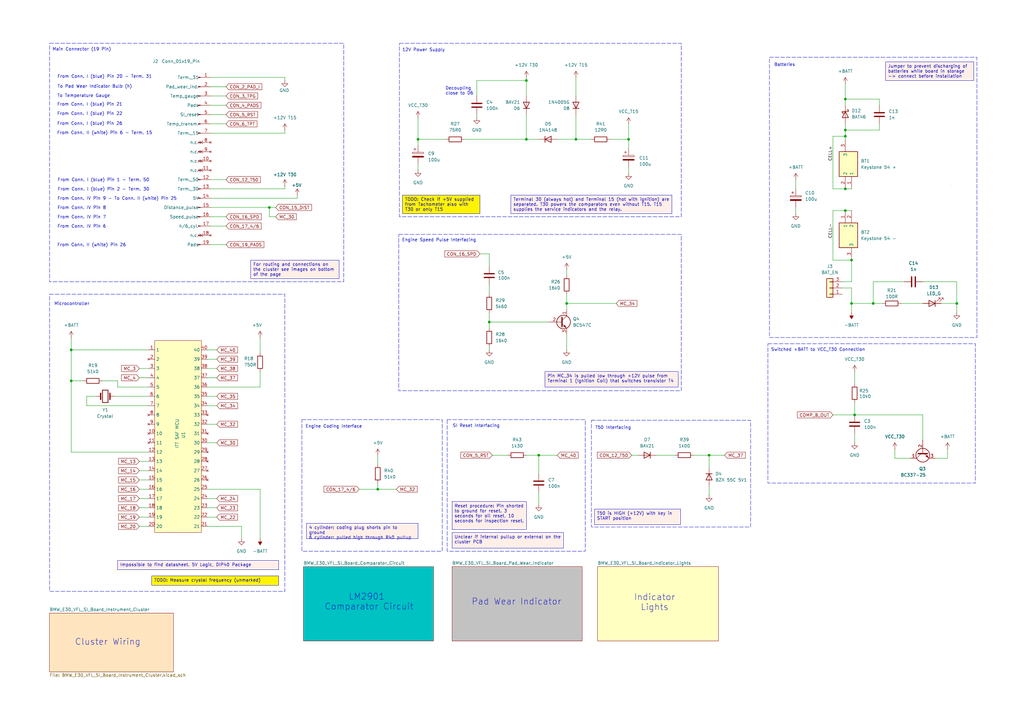
<source format=kicad_sch>
(kicad_sch (version 20231120) (generator "eeschema") (generator_version "8.0")
  (paper "A3")
  (title_block (title "BMW E30 Pre-Facelift SI Board") (date "2024-06-15") (rev "2"))
  (lib_symbols
    (symbol "Connector:Conn_01x19_Pin" (pin_names (offset 1.016))
      (property "Reference" "J2" (at -6.858 33.274 0))
      (property "Value" "Conn_01x19_Pin" (at -0.254 30.734 0))
      (symbol "Conn_01x19_Pin_1_1"
        (pin power_in line (at 5.08 22.86 180) (length 3.81) (name "Term._31") (number "1"))
        (pin no_connect non_logic (at 5.08 -11.43 180) (length 3.81) (name "n.c.") (number "10"))
        (pin no_connect non_logic (at 5.08 -15.24 180) (length 3.81) (name "n.c.") (number "11"))
        (pin power_in line (at 5.08 -19.05 180) (length 3.81) (name "Term._50") (number "12"))
        (pin power_in line (at 5.08 -22.86 180) (length 3.81) (name "Term._30") (number "13"))
        (pin power_in line (at 5.08 -26.67 180) (length 3.81) (name "5V") (number "14"))
        (pin input line (at 5.08 -30.48 180) (length 3.81) (name "Distance_pulse") (number "15"))
        (pin input line (at 5.08 -34.29 180) (length 3.81) (name "Speed_pulse") (number "16"))
        (pin input line (at 5.08 -38.1 180) (length 3.81) (name "4/6_cyl.") (number "17"))
        (pin no_connect non_logic (at 5.08 -41.91 180) (length 3.81) (name "n.c.") (number "18"))
        (pin passive line (at 5.08 -45.72 180) (length 3.81) (name "Pads") (number "19"))
        (pin output line (at 5.08 19.05 180) (length 3.81) (name "Pad_wear_ind.") (number "2"))
        (pin output line (at 5.08 15.24 180) (length 3.81) (name "Temp_gauge") (number "3"))
        (pin passive line (at 5.08 11.43 180) (length 3.81) (name "Pads") (number "4"))
        (pin input line (at 5.08 7.62 180) (length 3.81) (name "SI_reset") (number "5"))
        (pin input line (at 5.08 3.81 180) (length 3.81) (name "Temp_transm.") (number "6"))
        (pin power_in line (at 5.08 0 180) (length 3.81) (name "Term._15") (number "7"))
        (pin no_connect non_logic (at 5.08 -3.81 180) (length 3.81) (name "n.c.") (number "8"))
        (pin no_connect non_logic (at 5.08 -7.62 180) (length 3.81) (name "n.c.") (number "9"))
      )
    )
    (symbol "Connector_Generic:Conn_01x03" (pin_names (offset 1.016) hide)
      (property "Reference" "J" (at 0 5.08 0))
      (property "Value" "Conn_01x03" (at 0 -5.08 0))
      (symbol "Conn_01x03_1_1"
        (pin passive line (at -5.08 2.54 0) (length 3.81) (name "Pin_1") (number "1"))
        (pin passive line (at -5.08 0 0) (length 3.81) (name "Pin_2") (number "2"))
        (pin passive line (at -5.08 -2.54 0) (length 3.81) (name "Pin_3") (number "3"))
      )
    )
    (symbol "Device:C" (pin_numbers hide) (pin_names (offset 0.254))
      (property "Reference" "C" (at 0.635 2.54 0))
      (property "Value" "C" (at 0.635 -2.54 0))
      (symbol "C_1_1"
        (pin passive line (at 0 3.81 270) (length 2.794) (name "~") (number "1"))
        (pin passive line (at 0 -3.81 90) (length 2.794) (name "~") (number "2"))
      )
    )
    (symbol "Device:C_Polarized" (pin_numbers hide) (pin_names (offset 0.254))
      (property "Reference" "C" (at 0.635 2.54 0))
      (property "Value" "C_Polarized" (at 0.635 -2.54 0))
      (symbol "C_Polarized_1_1"
        (pin passive line (at 0 3.81 270) (length 2.794) (name "~") (number "1"))
        (pin passive line (at 0 -3.81 90) (length 2.794) (name "~") (number "2"))
      )
    )
    (symbol "Device:Crystal" (pin_numbers hide) (pin_names (offset 1.016) hide)
      (property "Reference" "Y" (at 0 3.81 0))
      (property "Value" "Crystal" (at 0 -3.81 0))
      (symbol "Crystal_1_1"
        (pin passive line (at -3.81 0 0) (length 1.27) (name "1") (number "1"))
        (pin passive line (at 3.81 0 180) (length 1.27) (name "2") (number "2"))
      )
    )
    (symbol "Device:D" (pin_numbers hide) (pin_names (offset 1.016) hide)
      (property "Reference" "D" (at 0 2.54 0))
      (property "Value" "D" (at 0 -2.54 0))
      (symbol "D_1_1"
        (pin passive line (at -3.81 0 0) (length 2.54) (name "K") (number "1"))
        (pin passive line (at 3.81 0 180) (length 2.54) (name "A") (number "2"))
      )
    )
    (symbol "Device:LED" (pin_numbers hide) (pin_names (offset 1.016) hide)
      (property "Reference" "D" (at 0 2.54 0))
      (property "Value" "LED" (at 0 -2.54 0))
      (symbol "LED_1_1"
        (pin passive line (at -3.81 0 0) (length 2.54) (name "K") (number "1"))
        (pin passive line (at 3.81 0 180) (length 2.54) (name "A") (number "2"))
      )
    )
    (symbol "Device:R" (pin_numbers hide) (pin_names (offset 0))
      (property "Reference" "R" (at 2.032 0 90))
      (property "Value" "R" (at 0 0 90))
      (symbol "R_1_1"
        (pin passive line (at 0 3.81 270) (length 1.27) (name "~") (number "1"))
        (pin passive line (at 0 -3.81 90) (length 1.27) (name "~") (number "2"))
      )
    )
    (symbol "Diode:1N4005" (pin_numbers hide) (pin_names hide)
      (property "Reference" "D" (at 0 2.54 0))
      (property "Value" "1N4005" (at 0 -2.54 0))
      (symbol "1N4005_1_1"
        (pin passive line (at -3.81 0 0) (length 2.54) (name "K") (number "1"))
        (pin passive line (at 3.81 0 180) (length 2.54) (name "A") (number "2"))
      )
    )
    (symbol "Diode:1N4148" (pin_numbers hide) (pin_names hide)
      (property "Reference" "D" (at 0 2.54 0))
      (property "Value" "1N4148" (at 0 -2.54 0))
      (symbol "1N4148_1_1"
        (pin passive line (at -3.81 0 0) (length 2.54) (name "K") (number "1"))
        (pin passive line (at 3.81 0 180) (length 2.54) (name "A") (number "2"))
      )
    )
    (symbol "Diode:BAT46" (pin_numbers hide) (pin_names (offset 1.016) hide)
      (property "Reference" "D" (at 0 2.54 0))
      (property "Value" "BAT46" (at 0 -2.54 0))
      (symbol "BAT46_1_1"
        (pin passive line (at -3.81 0 0) (length 2.54) (name "K") (number "1"))
        (pin passive line (at 3.81 0 180) (length 2.54) (name "A") (number "2"))
      )
    )
    (symbol "Diode:BAV21" (pin_numbers hide) (pin_names hide)
      (property "Reference" "D" (at 0 2.54 0))
      (property "Value" "BAV21" (at 0 -2.54 0))
      (symbol "BAV21_1_1"
        (pin passive line (at -3.81 0 0) (length 2.54) (name "K") (number "1"))
        (pin passive line (at 3.81 0 180) (length 2.54) (name "A") (number "2"))
      )
    )
    (symbol "My_custom_symbols:ITT_SAF_MCU"
      (property "Reference" "U1" (at 0.762 -18.796 0))
      (property "Value" "ITT SAF MCU" (at 4.826 -21.336 0))
      (symbol "ITT_SAF_MCU_1_1"
        (pin input line (at -35.56 -33.02 90) (length 2.54) (name "1") (number "1"))
        (pin no_connect line (at -1.27 -33.02 90) (length 2.54) (name "10") (number "10"))
        (pin no_connect line (at 2.54 -33.02 90) (length 2.54) (name "11") (number "11"))
        (pin input line (at 6.35 -33.02 90) (length 2.54) (name "12") (number "12"))
        (pin output line (at 10.16 -33.02 90) (length 2.54) (name "13") (number "13"))
        (pin output line (at 13.97 -33.02 90) (length 2.54) (name "14") (number "14"))
        (pin output line (at 17.78 -33.02 90) (length 2.54) (name "15") (number "15"))
        (pin output line (at 21.59 -33.02 90) (length 2.54) (name "16") (number "16"))
        (pin output line (at 25.4 -33.02 90) (length 2.54) (name "17") (number "17"))
        (pin output line (at 29.21 -33.02 90) (length 2.54) (name "18") (number "18"))
        (pin output line (at 33.02 -33.02 90) (length 2.54) (name "19") (number "19"))
        (pin no_connect line (at -31.75 -33.02 90) (length 2.54) (name "2") (number "2"))
        (pin output line (at 36.83 -33.02 90) (length 2.54) (name "20") (number "20"))
        (pin power_in line (at 36.83 -8.89 270) (length 2.54) (name "21") (number "21"))
        (pin output line (at 33.02 -8.89 270) (length 2.54) (name "22") (number "22"))
        (pin output line (at 29.21 -8.89 270) (length 2.54) (name "23") (number "23"))
        (pin output line (at 25.4 -8.89 270) (length 2.54) (name "24") (number "24"))
        (pin input line (at 21.59 -8.89 270) (length 2.54) (name "25") (number "25"))
        (pin no_connect line (at 17.78 -8.89 270) (length 2.54) (name "26") (number "26"))
        (pin no_connect line (at 13.97 -8.89 270) (length 2.54) (name "27") (number "27"))
        (pin no_connect line (at 10.16 -8.89 270) (length 2.54) (name "28") (number "28"))
        (pin no_connect line (at 6.35 -8.89 270) (length 2.54) (name "29") (number "29"))
        (pin input line (at -27.94 -33.02 90) (length 2.54) (name "3") (number "3"))
        (pin input line (at 2.54 -8.89 270) (length 2.54) (name "30") (number "30"))
        (pin no_connect line (at -1.27 -8.89 270) (length 2.54) (name "31") (number "31"))
        (pin input line (at -5.08 -8.89 270) (length 2.54) (name "32") (number "32"))
        (pin no_connect line (at -8.89 -8.89 270) (length 2.54) (name "33") (number "33"))
        (pin input line (at -12.7 -8.89 270) (length 2.54) (name "34") (number "34"))
        (pin input line (at -16.51 -8.89 270) (length 2.54) (name "35") (number "35"))
        (pin input line (at -20.32 -8.89 270) (length 2.54) (name "36") (number "36"))
        (pin input line (at -24.13 -8.89 270) (length 2.54) (name "37") (number "37"))
        (pin input line (at -27.94 -8.89 270) (length 2.54) (name "38") (number "38"))
        (pin output line (at -31.75 -8.89 270) (length 2.54) (name "39") (number "39"))
        (pin input line (at -24.13 -33.02 90) (length 2.54) (name "4") (number "4"))
        (pin input line (at -35.56 -8.89 270) (length 2.54) (name "40") (number "40"))
        (pin input line (at -20.32 -33.02 90) (length 2.54) (name "5") (number "5"))
        (pin input line (at -16.51 -33.02 90) (length 2.54) (name "6") (number "6"))
        (pin input line (at -12.7 -33.02 90) (length 2.54) (name "7") (number "7"))
        (pin no_connect line (at -8.89 -33.02 90) (length 2.54) (name "8") (number "8"))
        (pin no_connect line (at -5.08 -33.02 90) (length 2.54) (name "9") (number "9"))
      )
    )
    (symbol "My_custom_symbols:Keystone_54"
      (property "Reference" "BT" (at 4.826 4.572 0))
      (property "Value" "Keystone 54" (at 4.318 -5.842 0))
      (symbol "Keystone_54_1_1"
        (pin passive line (at 0 -2.54 0) (length 5.08) (name "1") (number "1"))
        (pin passive line (at 0 0 0) (length 5.08) (name "2") (number "2"))
        (pin passive line (at 20.32 0 180) (length 5.08) (name "3") (number "3"))
      )
    )
    (symbol "Transistor_BJT:BC337" (pin_names (offset 0) hide)
      (property "Reference" "Q" (at 5.08 1.905 0))
      (property "Value" "BC337" (at 5.08 0 0))
      (symbol "BC337_1_1"
        (pin passive line (at 2.54 5.08 270) (length 2.54) (name "C") (number "1"))
        (pin input line (at -5.08 0 0) (length 5.08) (name "B") (number "2"))
        (pin passive line (at 2.54 -5.08 90) (length 2.54) (name "E") (number "3"))
      )
    )
    (symbol "Transistor_BJT:BC547" (pin_names (offset 0) hide)
      (property "Reference" "Q" (at 5.08 1.905 0))
      (property "Value" "BC547" (at 5.08 0 0))
      (symbol "BC547_1_1"
        (pin passive line (at 2.54 5.08 270) (length 2.54) (name "C") (number "1"))
        (pin input line (at -5.08 0 0) (length 5.08) (name "B") (number "2"))
        (pin passive line (at 2.54 -5.08 90) (length 2.54) (name "E") (number "3"))
      )
    )
    (symbol "power:+12V" (power) (pin_numbers hide) (pin_names (offset 0) hide)
      (property "Value" "+12V" (at 0 3.556 0))
      (symbol "+12V_1_1"
        (pin power_in line (at 0 0 90) (length 0) (name "~") (number "1"))
      )
    )
    (symbol "power:+5V" (power) (pin_numbers hide) (pin_names (offset 0) hide)
      (property "Value" "+5V" (at 0 3.556 0))
      (symbol "+5V_1_1"
        (pin power_in line (at 0 0 90) (length 0) (name "~") (number "1"))
      )
    )
    (symbol "power:+BATT" (power) (pin_numbers hide) (pin_names (offset 0) hide)
      (property "Value" "+BATT" (at 0 3.556 0))
      (symbol "+BATT_1_1"
        (pin power_in line (at 0 0 90) (length 0) (name "~") (number "1"))
      )
    )
    (symbol "power:-BATT" (power) (pin_numbers hide) (pin_names (offset 0) hide)
      (property "Value" "-BATT" (at 0 3.556 0))
      (symbol "-BATT_1_1"
        (pin power_in line (at 0 0 90) (length 0) (name "~") (number "1"))
      )
    )
    (symbol "power:GND" (power) (pin_numbers hide) (pin_names (offset 0) hide)
      (property "Value" "GND" (at 0 -3.81 0))
      (symbol "GND_1_1"
        (pin power_in line (at 0 0 270) (length 0) (name "~") (number "1"))
      )
    )
    (symbol "power:VCC" (power) (pin_numbers hide) (pin_names (offset 0) hide)
      (property "Value" "VCC" (at 0 3.556 0))
      (symbol "VCC_1_1"
        (pin power_in line (at 0 0 90) (length 0) (name "~") (number "1"))
      )
    )
  )
  (junction (at 349.25 106.68))
  (junction (at 346.71 55.88))
  (junction (at 110.49 85.09))
  (junction (at 358.14 124.46))
  (junction (at 29.21 156.21))
  (junction (at 171.45 57.15))
  (junction (at 232.41 124.46))
  (junction (at 346.71 40.64))
  (junction (at 215.9 57.15))
  (junction (at 236.22 57.15))
  (junction (at 215.9 33.02))
  (junction (at 350.52 170.18))
  (junction (at 349.25 124.46))
  (junction (at 392.43 124.46))
  (junction (at 346.71 77.47))
  (junction (at 200.66 132.08))
  (junction (at 29.21 143.51))
  (junction (at 290.83 186.69))
  (junction (at 220.98 186.69))
  (junction (at 346.71 86.36))
  (junction (at 346.71 53.34))
  (junction (at 257.81 57.15))
  (junction (at 154.94 200.66))
  (wire (pts (xy 29.21 156.21) (xy 29.21 185.42)))
  (wire (pts (xy 88.9 151.13) (xy 85.09 151.13)))
  (wire (pts (xy 29.21 138.43) (xy 29.21 143.51)))
  (wire (pts (xy 171.45 57.15) (xy 182.88 57.15)))
  (wire (pts (xy 86.36 73.66) (xy 92.71 73.66)))
  (wire (pts (xy 106.68 220.98) (xy 106.68 200.66)))
  (wire (pts (xy 341.63 170.18) (xy 350.52 170.18)))
  (wire (pts (xy 88.9 154.94) (xy 85.09 154.94)))
  (wire (pts (xy 85.09 158.75) (xy 106.68 158.75)))
  (wire (pts (xy 367.03 187.96) (xy 373.38 187.96)))
  (wire (pts (xy 116.84 33.02) (xy 116.84 31.75)))
  (wire (pts (xy 116.84 77.47) (xy 86.36 77.47)))
  (wire (pts (xy 200.66 116.84) (xy 200.66 120.65)))
  (wire (pts (xy 392.43 124.46) (xy 392.43 128.27)))
  (wire (pts (xy 326.39 73.66) (xy 326.39 77.47)))
  (wire (pts (xy 346.71 77.47) (xy 349.25 77.47)))
  (wire (pts (xy 358.14 124.46) (xy 361.95 124.46)))
  (wire (pts (xy 346.71 34.29) (xy 346.71 40.64)))
  (wire (pts (xy 60.96 204.47) (xy 57.15 204.47)))
  (wire (pts (xy 86.36 100.33) (xy 92.71 100.33)))
  (wire (pts (xy 346.71 40.64) (xy 346.71 43.18)))
  (wire (pts (xy 290.83 199.39) (xy 290.83 203.2)))
  (wire (pts (xy 346.71 55.88) (xy 346.71 57.15)))
  (wire (pts (xy 350.52 177.8) (xy 350.52 181.61)))
  (wire (pts (xy 269.24 186.69) (xy 276.86 186.69)))
  (wire (pts (xy 116.84 31.75) (xy 86.36 31.75)))
  (wire (pts (xy 48.26 158.75) (xy 60.96 158.75)))
  (wire (pts (xy 284.48 186.69) (xy 290.83 186.69)))
  (wire (pts (xy 86.36 35.56) (xy 92.71 35.56)))
  (wire (pts (xy 106.68 200.66) (xy 85.09 200.66)))
  (wire (pts (xy 154.94 198.12) (xy 154.94 200.66)))
  (wire (pts (xy 257.81 50.8) (xy 257.81 57.15)))
  (wire (pts (xy 290.83 186.69) (xy 297.18 186.69)))
  (wire (pts (xy 290.83 186.69) (xy 290.83 191.77)))
  (wire (pts (xy 220.98 201.93) (xy 220.98 207.01)))
  (wire (pts (xy 350.52 152.4) (xy 350.52 157.48)))
  (wire (pts (xy 232.41 124.46) (xy 252.73 124.46)))
  (wire (pts (xy 86.36 81.28) (xy 121.92 81.28)))
  (wire (pts (xy 228.6 186.69) (xy 220.98 186.69)))
  (wire (pts (xy 29.21 185.42) (xy 60.96 185.42)))
  (wire (pts (xy 86.36 50.8) (xy 92.71 50.8)))
  (wire (pts (xy 106.68 138.43) (xy 106.68 144.78)))
  (wire (pts (xy 200.66 104.14) (xy 200.66 109.22)))
  (wire (pts (xy 228.6 57.15) (xy 236.22 57.15)))
  (wire (pts (xy 349.25 118.11) (xy 345.44 118.11)))
  (wire (pts (xy 259.08 186.69) (xy 261.62 186.69)))
  (wire (pts (xy 201.93 186.69) (xy 208.28 186.69)))
  (wire (pts (xy 60.96 215.9) (xy 57.15 215.9)))
  (wire (pts (xy 388.62 187.96) (xy 383.54 187.96)))
  (wire (pts (xy 88.9 166.37) (xy 85.09 166.37)))
  (wire (pts (xy 232.41 124.46) (xy 232.41 127)))
  (wire (pts (xy 358.14 115.57) (xy 358.14 124.46)))
  (wire (pts (xy 113.03 88.9) (xy 110.49 88.9)))
  (wire (pts (xy 236.22 57.15) (xy 242.57 57.15)))
  (wire (pts (xy 60.96 193.04) (xy 57.15 193.04)))
  (wire (pts (xy 60.96 189.23) (xy 57.15 189.23)))
  (wire (pts (xy 88.9 143.51) (xy 85.09 143.51)))
  (wire (pts (xy 349.25 124.46) (xy 349.25 128.27)))
  (wire (pts (xy 29.21 143.51) (xy 60.96 143.51)))
  (wire (pts (xy 341.63 106.68) (xy 341.63 86.36)))
  (wire (pts (xy 162.56 200.66) (xy 154.94 200.66)))
  (wire (pts (xy 85.09 181.61) (xy 88.9 181.61)))
  (wire (pts (xy 29.21 143.51) (xy 29.21 156.21)))
  (wire (pts (xy 171.45 48.26) (xy 171.45 57.15)))
  (wire (pts (xy 60.96 154.94) (xy 57.15 154.94)))
  (wire (pts (xy 86.36 85.09) (xy 110.49 85.09)))
  (wire (pts (xy 99.06 215.9) (xy 99.06 220.98)))
  (wire (pts (xy 367.03 184.15) (xy 367.03 187.96)))
  (wire (pts (xy 236.22 31.75) (xy 236.22 39.37)))
  (wire (pts (xy 257.81 68.58) (xy 257.81 71.12)))
  (wire (pts (xy 86.36 92.71) (xy 92.71 92.71)))
  (wire (pts (xy 369.57 124.46) (xy 378.46 124.46)))
  (wire (pts (xy 215.9 46.99) (xy 215.9 57.15)))
  (wire (pts (xy 99.06 215.9) (xy 85.09 215.9)))
  (wire (pts (xy 392.43 124.46) (xy 386.08 124.46)))
  (wire (pts (xy 392.43 115.57) (xy 392.43 124.46)))
  (wire (pts (xy 346.71 53.34) (xy 346.71 55.88)))
  (wire (pts (xy 215.9 33.02) (xy 215.9 39.37)))
  (wire (pts (xy 200.66 132.08) (xy 200.66 134.62)))
  (wire (pts (xy 116.84 54.61) (xy 86.36 54.61)))
  (wire (pts (xy 88.9 147.32) (xy 85.09 147.32)))
  (wire (pts (xy 360.68 43.18) (xy 360.68 40.64)))
  (wire (pts (xy 346.71 55.88) (xy 341.63 55.88)))
  (wire (pts (xy 86.36 43.18) (xy 92.71 43.18)))
  (wire (pts (xy 326.39 85.09) (xy 326.39 87.63)))
  (wire (pts (xy 195.58 33.02) (xy 195.58 39.37)))
  (wire (pts (xy 341.63 77.47) (xy 346.71 77.47)))
  (wire (pts (xy 257.81 60.96) (xy 257.81 57.15)))
  (wire (pts (xy 39.37 162.56) (xy 35.56 162.56)))
  (wire (pts (xy 190.5 57.15) (xy 215.9 57.15)))
  (wire (pts (xy 41.91 156.21) (xy 48.26 156.21)))
  (wire (pts (xy 350.52 165.1) (xy 350.52 170.18)))
  (wire (pts (xy 349.25 118.11) (xy 349.25 124.46)))
  (wire (pts (xy 360.68 50.8) (xy 360.68 53.34)))
  (wire (pts (xy 171.45 67.31) (xy 171.45 69.85)))
  (wire (pts (xy 86.36 88.9) (xy 92.71 88.9)))
  (wire (pts (xy 88.9 162.56) (xy 85.09 162.56)))
  (wire (pts (xy 196.85 104.14) (xy 200.66 104.14)))
  (wire (pts (xy 370.84 115.57) (xy 358.14 115.57)))
  (wire (pts (xy 60.96 151.13) (xy 57.15 151.13)))
  (wire (pts (xy 349.25 106.68) (xy 341.63 106.68)))
  (wire (pts (xy 60.96 212.09) (xy 57.15 212.09)))
  (wire (pts (xy 215.9 186.69) (xy 220.98 186.69)))
  (wire (pts (xy 88.9 208.28) (xy 85.09 208.28)))
  (wire (pts (xy 236.22 46.99) (xy 236.22 57.15)))
  (wire (pts (xy 220.98 194.31) (xy 220.98 186.69)))
  (wire (pts (xy 378.46 115.57) (xy 392.43 115.57)))
  (wire (pts (xy 215.9 57.15) (xy 220.98 57.15)))
  (wire (pts (xy 232.41 137.16) (xy 232.41 143.51)))
  (wire (pts (xy 35.56 166.37) (xy 35.56 162.56)))
  (wire (pts (xy 200.66 142.24) (xy 200.66 143.51)))
  (wire (pts (xy 360.68 53.34) (xy 346.71 53.34)))
  (wire (pts (xy 110.49 85.09) (xy 110.49 88.9)))
  (wire (pts (xy 195.58 33.02) (xy 215.9 33.02)))
  (wire (pts (xy 378.46 180.34) (xy 378.46 170.18)))
  (wire (pts (xy 154.94 186.69) (xy 154.94 190.5)))
  (wire (pts (xy 232.41 113.03) (xy 232.41 110.49)))
  (wire (pts (xy 60.96 200.66) (xy 57.15 200.66)))
  (wire (pts (xy 200.66 128.27) (xy 200.66 132.08)))
  (wire (pts (xy 346.71 53.34) (xy 346.71 50.8)))
  (wire (pts (xy 60.96 162.56) (xy 46.99 162.56)))
  (wire (pts (xy 86.36 39.37) (xy 92.71 39.37)))
  (wire (pts (xy 85.09 204.47) (xy 88.9 204.47)))
  (wire (pts (xy 121.92 81.28) (xy 121.92 80.01)))
  (wire (pts (xy 88.9 212.09) (xy 85.09 212.09)))
  (wire (pts (xy 349.25 106.68) (xy 349.25 115.57)))
  (wire (pts (xy 346.71 86.36) (xy 349.25 86.36)))
  (wire (pts (xy 360.68 40.64) (xy 346.71 40.64)))
  (wire (pts (xy 106.68 152.4) (xy 106.68 158.75)))
  (wire (pts (xy 195.58 48.26) (xy 195.58 46.99)))
  (wire (pts (xy 349.25 124.46) (xy 358.14 124.46)))
  (wire (pts (xy 171.45 59.69) (xy 171.45 57.15)))
  (wire (pts (xy 341.63 55.88) (xy 341.63 77.47)))
  (wire (pts (xy 147.32 200.66) (xy 154.94 200.66)))
  (wire (pts (xy 116.84 76.2) (xy 116.84 77.47)))
  (wire (pts (xy 200.66 132.08) (xy 224.79 132.08)))
  (wire (pts (xy 349.25 115.57) (xy 345.44 115.57)))
  (wire (pts (xy 232.41 120.65) (xy 232.41 124.46)))
  (wire (pts (xy 86.36 46.99) (xy 92.71 46.99)))
  (wire (pts (xy 29.21 156.21) (xy 34.29 156.21)))
  (wire (pts (xy 116.84 54.61) (xy 116.84 53.34)))
  (wire (pts (xy 60.96 208.28) (xy 57.15 208.28)))
  (wire (pts (xy 110.49 85.09) (xy 113.03 85.09)))
  (wire (pts (xy 215.9 31.75) (xy 215.9 33.02)))
  (wire (pts (xy 388.62 184.15) (xy 388.62 187.96)))
  (wire (pts (xy 60.96 196.85) (xy 57.15 196.85)))
  (wire (pts (xy 60.96 166.37) (xy 35.56 166.37)))
  (wire (pts (xy 257.81 57.15) (xy 250.19 57.15)))
  (wire (pts (xy 88.9 173.99) (xy 85.09 173.99)))
  (wire (pts (xy 350.52 170.18) (xy 378.46 170.18)))
  (wire (pts (xy 341.63 86.36) (xy 346.71 86.36)))
  (wire (pts (xy 48.26 156.21) (xy 48.26 158.75)))
  (rectangle (start 242.57 172.339) (end 307.848 216.154) (stroke (width 0) (type dash)))
  (rectangle (start 389.89 76.2) (end 389.89 76.2))
  (rectangle (start 314.96 140.97) (end 400.05 198.12) (stroke (width 0) (type dash)))
  (rectangle (start 140.97 76.2) (end 140.97 76.2))
  (rectangle (start 163.83 17.78) (end 279.4 88.9) (stroke (width 0) (type dash)))
  (rectangle (start 20.32 120.65) (end 116.84 242.57) (stroke (width 0) (type dash)))
  (rectangle (start 20.32 17.78) (end 140.97 115.57) (stroke (width 0) (type dash)))
  (rectangle (start 183.388 172.085) (end 240.03 226.06) (stroke (width 0) (type dash)))
  (rectangle (start 243.205 172.085) (end 243.205 172.085))
  (rectangle (start 163.576 96.139) (end 279.4 160.274) (stroke (width 0) (type dash)))
  (rectangle (start 315.595 23.495) (end 400.685 138.43) (stroke (width 0) (type dash)))
  (rectangle (start 123.825 172.085) (end 181.356 226.06) (stroke (width 0) (type dash)))
  (text_box "Unclear if internal pullup or external on the cluster PCB" (at 185.42 218.44 0) (size 45.72 6.35) (fill (type color) (color 255 239 232 1)) (effects (font (size 1.27 1.27)) (justify left top)))
  (text_box "4 cylinder: coding plug shorts pin to ground\n6 cylinder: pulled high through R40 pullup" (at 125.73 214.63 0) (size 45.72 6.35) (fill (type color) (color 255 239 232 1)) (effects (font (size 1.27 1.27)) (justify left top)))
  (text_box "TODO: Measure crystal frequency (unmarked)" (at 62.23 236.22 0) (size 52.07 3.81) (fill (type color) (color 255 244 0 1)) (effects (font (size 1.27 1.27)) (justify left top)))
  (text_box "Terminal 30 (always hot) and Terminal 15 (hot with ignition) are separated. T30 powers the comparators even without T15. T15 supplies the service indicators and the relay. " (at 209.55 80.01 0) (size 66.04 7.62) (fill (type color) (color 255 239 232 1)) (effects (font (size 1.27 1.27)) (justify left top)))
  (text_box "Reset procedure: Pin shorted to ground for reset. 3 seconds for oil reset, 10 seconds for inspection reset." (at 185.42 205.74 0) (size 30.48 11.43) (fill (type color) (color 255 239 232 1)) (effects (font (size 1.27 1.27)) (justify left top)))
  (text_box "T50 is HIGH (+12V) with key in START position" (at 243.84 208.788 0) (size 35.306 6.35) (fill (type color) (color 255 239 232 1)) (effects (font (size 1.27 1.27)) (justify left top)))
  (text_box "Pin MC_34 is pulled low through +12V pulse from Terminal 1 (Ignition Coil) that switches transistor T4" (at 223.52 152.4 0) (size 54.61 6.35) (fill (type color) (color 255 239 232 1)) (effects (font (size 1.27 1.27)) (justify left top)))
  (text_box "TODO: Check if +5V supplied from Tachometer also with T30 or only T15" (at 165.1 80.01 0) (size 31.75 7.62) (fill (type color) (color 255 244 0 1)) (effects (font (size 1.27 1.27)) (justify left top)))
  (text_box "For routing and connections on the cluster see images on bottom of the page" (at 102.87 106.68 0) (size 36.195 7.62) (fill (type color) (color 255 239 232 1)) (effects (font (size 1.27 1.27)) (justify left top)))
  (text_box "Jumper to prevent discharging of \nbatteries while board in storage\n-> connect before installation" (at 363.22 25.4 0) (size 36.195 7.62) (fill (type color) (color 255 239 232 1)) (effects (font (size 1.27 1.27)) (justify left top)))
  (text_box "Impossible to find datasheet. 5V Logic, DIP40 Package" (at 48.26 229.87 0) (size 66.04 3.81) (fill (type color) (color 255 239 232 1)) (effects (font (size 1.27 1.27)) (justify left top)))
  (text "Switched +BATT to VCC_T30 Connection" (at 335.534 143.51 0) (effects (font (size 1.27 1.27))))
  (text "Engine Speed Pulse Interfacing\n\n" (at 180.086 99.568 0) (effects (font (size 1.27 1.27))))
  (text "Decoupling \nclose to D6\n" (at 188.468 37.338 0) (effects (font (size 1.27 1.27))))
  (text "From Conn. I (blue) Pin 1 - Term. 50 " (at 42.926 73.914 0) (effects (font (size 1.27 1.27))))
  (text "From Conn. I (blue) Pin 20 - Term. 31" (at 42.926 31.496 0) (effects (font (size 1.27 1.27))))
  (text "From Conn. I (blue) Pin 2 - Term. 30 " (at 42.926 77.724 0) (effects (font (size 1.27 1.27))))
  (text "Microcontroller" (at 29.464 124.714 0) (effects (font (size 1.27 1.27))))
  (text "Cluster Wiring" (at 44.196 263.398 0) (effects (font (size 2.54 2.54))))
  (text "From Conn. I (blue) Pin 21" (at 36.83 42.926 0) (effects (font (size 1.27 1.27))))
  (text "From Conn. IV Pin 8" (at 33.528 85.344 0) (effects (font (size 1.27 1.27))))
  (text "From Conn. II (white) Pin 6 - Term. 15" (at 42.926 54.61 0) (effects (font (size 1.27 1.27))))
  (text "To Pad Wear Indicator Bulb (h)" (at 38.862 35.56 0) (effects (font (size 1.27 1.27))))
  (text "12V Power Supply" (at 173.736 20.574 0) (effects (font (size 1.27 1.27))))
  (text "From Conn. I (blue) Pin 26" (at 36.83 50.8 0) (effects (font (size 1.27 1.27))))
  (text "From Conn. IV Pin 7" (at 33.528 89.154 0) (effects (font (size 1.27 1.27))))
  (text "Main Connector (19 Pin)" (at 33.528 20.32 0) (effects (font (size 1.27 1.27))))
  (text "SI Reset Interfacing\n\n\n" (at 195.326 176.784 0) (effects (font (size 1.27 1.27))))
  (text "From Conn. I (blue) Pin 22" (at 36.83 46.736 0) (effects (font (size 1.27 1.27))))
  (text "Indicator\nLights" (at 268.478 247.142 0) (effects (font (size 2.54 2.54))))
  (text "LM2901 \nComparator Circuit" (at 151.384 246.888 0) (effects (font (size 2.54 2.54))))
  (text "From Conn. IV Pin 9 - To Conn. II (white) Pin 25" (at 48.006 81.534 0) (effects (font (size 1.27 1.27))))
  (text "T50 Interfacing\n\n\n" (at 251.46 177.546 0) (effects (font (size 1.27 1.27))))
  (text "Engine Coding Interface\n" (at 136.906 175.006 0) (effects (font (size 1.27 1.27))))
  (text "From Conn. IV Pin 6" (at 33.528 92.964 0) (effects (font (size 1.27 1.27))))
  (text "To Temperature Gauge" (at 34.29 39.37 0) (effects (font (size 1.27 1.27))))
  (text "Pad Wear Indicator" (at 211.836 246.888 0) (effects (font (size 2.54 2.54))))
  (text "Batteries\n" (at 321.818 26.67 0) (effects (font (size 1.27 1.27))))
  (text "From Conn. II (white) Pin 26" (at 37.592 100.584 0) (effects (font (size 1.27 1.27))))
  (label "CELL+" (at 341.63 66.04 90))
  (label "CELL-" (at 341.63 97.79 90))
  (global_label "MC_4" (shape input) (at 57.15 154.94 180) (property "Intersheetrefs" "${INTERSHEET_REFS}" (effects (hide yes))))
  (global_label "COMP_B_OUT" (shape input) (at 341.63 170.18 180) (property "Intersheetrefs" "${INTERSHEET_REFS}" (effects (hide yes))))
  (global_label "MC_32" (shape input) (at 162.56 200.66 0) (property "Intersheetrefs" "${INTERSHEET_REFS}" (effects (hide yes))))
  (global_label "MC_17" (shape input) (at 57.15 204.47 180) (property "Intersheetrefs" "${INTERSHEET_REFS}" (effects (hide yes))))
  (global_label "MC_35" (shape input) (at 88.9 162.56 0) (property "Intersheetrefs" "${INTERSHEET_REFS}" (effects (hide yes))))
  (global_label "MC_34" (shape input) (at 252.73 124.46 0) (property "Intersheetrefs" "${INTERSHEET_REFS}" (effects (hide yes))))
  (global_label "MC_39" (shape input) (at 88.9 147.32 0) (property "Intersheetrefs" "${INTERSHEET_REFS}" (effects (hide yes))))
  (global_label "MC_37" (shape input) (at 297.18 186.69 0) (property "Intersheetrefs" "${INTERSHEET_REFS}" (effects (hide yes))))
  (global_label "MC_20" (shape input) (at 57.15 215.9 180) (property "Intersheetrefs" "${INTERSHEET_REFS}" (effects (hide yes))))
  (global_label "MC_19" (shape input) (at 57.15 212.09 180) (property "Intersheetrefs" "${INTERSHEET_REFS}" (effects (hide yes))))
  (global_label "MC_34" (shape input) (at 88.9 166.37 0) (property "Intersheetrefs" "${INTERSHEET_REFS}" (effects (hide yes))))
  (global_label "MC_24" (shape input) (at 88.9 204.47 0) (property "Intersheetrefs" "${INTERSHEET_REFS}" (effects (hide yes))))
  (global_label "CON_19_PADS" (shape input) (at 92.71 100.33 0) (property "Intersheetrefs" "${INTERSHEET_REFS}" (effects (hide yes))))
  (global_label "CON_5_RST" (shape input) (at 201.93 186.69 180) (property "Intersheetrefs" "${INTERSHEET_REFS}" (effects (hide yes))))
  (global_label "MC_38" (shape input) (at 88.9 151.13 0) (property "Intersheetrefs" "${INTERSHEET_REFS}" (effects (hide yes))))
  (global_label "CON_16_SPD" (shape input) (at 196.85 104.14 180) (property "Intersheetrefs" "${INTERSHEET_REFS}" (effects (hide yes))))
  (global_label "MC_3" (shape input) (at 57.15 151.13 180) (property "Intersheetrefs" "${INTERSHEET_REFS}" (effects (hide yes))))
  (global_label "CON_12_T50" (shape input) (at 92.71 73.66 0) (property "Intersheetrefs" "${INTERSHEET_REFS}" (effects (hide yes))))
  (global_label "CON_15_DIST" (shape input) (at 113.03 85.09 0) (property "Intersheetrefs" "${INTERSHEET_REFS}" (effects (hide yes))))
  (global_label "MC_30" (shape input) (at 88.9 181.61 0) (property "Intersheetrefs" "${INTERSHEET_REFS}" (effects (hide yes))))
  (global_label "MC_40" (shape input) (at 228.6 186.69 0) (property "Intersheetrefs" "${INTERSHEET_REFS}" (effects (hide yes))))
  (global_label "CON_3_TPG" (shape input) (at 92.71 39.37 0) (property "Intersheetrefs" "${INTERSHEET_REFS}" (effects (hide yes))))
  (global_label "CON_17_4{slash}6" (shape input) (at 147.32 200.66 180) (property "Intersheetrefs" "${INTERSHEET_REFS}" (effects (hide yes))))
  (global_label "MC_18" (shape input) (at 57.15 208.28 180) (property "Intersheetrefs" "${INTERSHEET_REFS}" (effects (hide yes))))
  (global_label "MC_23" (shape input) (at 88.9 208.28 0) (property "Intersheetrefs" "${INTERSHEET_REFS}" (effects (hide yes))))
  (global_label "CON_16_SPD" (shape input) (at 92.71 88.9 0) (property "Intersheetrefs" "${INTERSHEET_REFS}" (effects (hide yes))))
  (global_label "CON_5_RST" (shape input) (at 92.71 46.99 0) (property "Intersheetrefs" "${INTERSHEET_REFS}" (effects (hide yes))))
  (global_label "CON_12_T50" (shape input) (at 259.08 186.69 180) (property "Intersheetrefs" "${INTERSHEET_REFS}" (effects (hide yes))))
  (global_label "MC_30" (shape input) (at 113.03 88.9 0) (property "Intersheetrefs" "${INTERSHEET_REFS}" (effects (hide yes))))
  (global_label "CON_4_PADS" (shape input) (at 92.71 43.18 0) (property "Intersheetrefs" "${INTERSHEET_REFS}" (effects (hide yes))))
  (global_label "MC_15" (shape input) (at 57.15 196.85 180) (property "Intersheetrefs" "${INTERSHEET_REFS}" (effects (hide yes))))
  (global_label "MC_22" (shape input) (at 88.9 212.09 0) (property "Intersheetrefs" "${INTERSHEET_REFS}" (effects (hide yes))))
  (global_label "MC_13" (shape input) (at 57.15 189.23 180) (property "Intersheetrefs" "${INTERSHEET_REFS}" (effects (hide yes))))
  (global_label "MC_14" (shape input) (at 57.15 193.04 180) (property "Intersheetrefs" "${INTERSHEET_REFS}" (effects (hide yes))))
  (global_label "MC_16" (shape input) (at 57.15 200.66 180) (property "Intersheetrefs" "${INTERSHEET_REFS}" (effects (hide yes))))
  (global_label "MC_40" (shape input) (at 88.9 143.51 0) (property "Intersheetrefs" "${INTERSHEET_REFS}" (effects (hide yes))))
  (global_label "CON_17_4{slash}6" (shape input) (at 92.71 92.71 0) (property "Intersheetrefs" "${INTERSHEET_REFS}" (effects (hide yes))))
  (global_label "CON_2_PAD_I" (shape input) (at 92.71 35.56 0) (property "Intersheetrefs" "${INTERSHEET_REFS}" (effects (hide yes))))
  (global_label "CON_6_TPT" (shape input) (at 92.71 50.8 0) (property "Intersheetrefs" "${INTERSHEET_REFS}" (effects (hide yes))))
  (global_label "MC_37" (shape input) (at 88.9 154.94 0) (property "Intersheetrefs" "${INTERSHEET_REFS}" (effects (hide yes))))
  (global_label "MC_32" (shape input) (at 88.9 173.99 0) (property "Intersheetrefs" "${INTERSHEET_REFS}" (effects (hide yes))))
  (symbol (lib_id "Device:R") (at 350.52 161.29 180) (unit 1)
    (property "Reference" "R25" (at 354.33 160.274 0))
    (property "Value" "10k0" (at 354.838 162.56 0))
    (property "Footprint" "Footprint_Library_Custom:R_Axial_DIN0207_L6.3mm_D2.5mm_P10.16mm_Horizontal" (effects (hide yes)))
    (property "Description" "Resistor" (effects (hide yes)))
  )
  (symbol (lib_id "power:+BATT") (at 326.39 73.66 0) (unit 1)
    (property "Reference" "#PWR045" (effects (hide yes)))
    (property "Value" "+BATT" (at 326.39 68.58 0))
    (property "Description" "Power symbol creates a global label with name \"+BATT\"" (effects (hide yes)))
  )
  (symbol (lib_id "power:-BATT") (at 349.25 128.27 0) (mirror x) (unit 1)
    (property "Reference" "#PWR037" (effects (hide yes)))
    (property "Value" "-BATT" (at 349.25 133.35 0))
    (property "Description" "Power symbol creates a global label with name \"-BATT\"" (effects (hide yes)))
  )
  (symbol (lib_id "power:GND") (at 200.66 143.51 0) (unit 1)
    (property "Reference" "#PWR010" (effects (hide yes)))
    (property "Value" "GND" (at 200.66 148.59 0))
    (property "Description" "Power symbol creates a global label with name \"GND\" , ground" (effects (hide yes)))
  )
  (symbol (lib_id "Device:R") (at 212.09 186.69 90) (unit 1)
    (property "Reference" "R43" (at 212.09 180.34 90))
    (property "Value" "1k30" (at 212.09 182.88 90))
    (property "Footprint" "Footprint_Library_Custom:R_Axial_DIN0207_L6.3mm_D2.5mm_P10.16mm_Horizontal" (effects (hide yes)))
    (property "Description" "Resistor" (effects (hide yes)))
  )
  (symbol (lib_id "power:+5V") (at 121.92 80.01 0) (unit 1)
    (property "Reference" "#PWR024" (effects (hide yes)))
    (property "Value" "+5V" (at 121.666 75.946 0))
    (property "Description" "Power symbol creates a global label with name \"+5V\"" (effects (hide yes)))
  )
  (symbol (lib_id "power:+12V") (at 116.84 76.2 0) (unit 1)
    (property "Reference" "#PWR032" (effects (hide yes)))
    (property "Value" "+12V T30" (at 116.84 71.628 0))
    (property "Description" "Power symbol creates a global label with name \"+12V\"" (effects (hide yes)))
  )
  (symbol (lib_id "Connector_Generic:Conn_01x03") (at 340.36 118.11 180) (unit 1)
    (property "Reference" "J3" (at 340.36 109.22 0))
    (property "Value" "BAT_EN" (at 340.36 111.76 0))
    (property "Footprint" "Connector_PinHeader_2.54mm:PinHeader_1x03_P2.54mm_Vertical" (effects (hide yes)))
    (property "Description" "Generic connector, single row, 01x03, script generated (kicad-library-utils/schlib/autogen/connector/)" (effects (hide yes)))
  )
  (symbol (lib_id "power:+5V") (at 154.94 186.69 0) (unit 1)
    (property "Reference" "#PWR026" (effects (hide yes)))
    (property "Value" "+5V" (at 154.94 181.61 0))
    (property "Description" "Power symbol creates a global label with name \"+5V\"" (effects (hide yes)))
  )
  (symbol (lib_id "Device:C") (at 220.98 198.12 0) (unit 1)
    (property "Reference" "C7" (at 224.79 196.8499 0) (effects (justify left)))
    (property "Value" "100n" (at 224.79 199.3899 0) (effects (justify left)))
    (property "Footprint" "Capacitor_THT:C_Rect_L7.0mm_W2.5mm_P5.00mm" (effects (hide yes)))
    (property "Description" "Unpolarized capacitor" (effects (hide yes)))
  )
  (symbol (lib_id "power:+5V") (at 232.41 110.49 0) (mirror y) (unit 1)
    (property "Reference" "#PWR027" (effects (hide yes)))
    (property "Value" "+5V" (at 232.41 105.41 0))
    (property "Description" "Power symbol creates a global label with name \"+5V\"" (effects (hide yes)))
  )
  (symbol (lib_id "power:VCC") (at 257.81 50.8 0) (unit 1)
    (property "Reference" "#PWR054" (effects (hide yes)))
    (property "Value" "VCC_T15" (at 257.81 45.72 0))
    (property "Description" "Power symbol creates a global label with name \"VCC\"" (effects (hide yes)))
  )
  (symbol (lib_id "Transistor_BJT:BC547") (at 229.87 132.08 0) (unit 1)
    (property "Reference" "Q4" (at 234.95 130.8099 0) (effects (justify left)))
    (property "Value" "BC547C" (at 234.95 133.3499 0) (effects (justify left)))
    (property "Footprint" "Package_TO_SOT_THT:TO-92_Inline_Wide" (effects (hide yes)))
    (property "Datasheet" "https://www.onsemi.com/pub/Collateral/BC550-D.pdf" (effects (hide yes)))
    (property "Description" "0.1A Ic, 45V Vce, Small Signal NPN Transistor, TO-92" (effects (hide yes)))
  )
  (symbol (lib_id "power:VCC") (at 367.03 184.15 0) (unit 1)
    (property "Reference" "#PWR052" (effects (hide yes)))
    (property "Value" "VCC_T30" (at 367.03 179.07 0))
    (property "Description" "Power symbol creates a global label with name \"VCC\"" (effects (hide yes)))
  )
  (symbol (lib_id "power:GND") (at 290.83 203.2 0) (unit 1)
    (property "Reference" "#PWR011" (effects (hide yes)))
    (property "Value" "GND" (at 290.83 208.28 0))
    (property "Description" "Power symbol creates a global label with name \"GND\" , ground" (effects (hide yes)))
  )
  (symbol (lib_id "My_custom_symbols:Keystone_54") (at 346.71 77.47 90) (unit 1)
    (property "Reference" "BT1" (at 353.06 66.0399 90) (effects (justify right)))
    (property "Value" "Keystone 54 +" (at 353.06 68.5799 90) (effects (justify right)))
    (property "Footprint" "Footprint_Library_Custom:Keystone_54_CR123" (effects (hide yes)))
    (property "Datasheet" "http://www.keyelco.com/product-pdf.cfm?p=826" (effects (hide yes)))
    (property "Description" "Keystone 54 CR123 Clip" (effects (hide yes)))
    (property "Height" "16.97" (effects (hide yes)))
    (property "Mouser Part Number" "534-54" (effects (hide yes)))
    (property "Mouser Price/Stock" "https://www.mouser.co.uk/ProductDetail/Keystone-Electronics/54?qs=73q%2FgRcW4F3NakoJDesViw%3D%3D" (effects (hide yes)))
    (property "Manufacturer_Name" "Keystone Electronics" (effects (hide yes)))
    (property "Manufacturer_Part_Number" "54" (effects (hide yes)))
  )
  (symbol (lib_id "Device:R") (at 38.1 156.21 270) (mirror x) (unit 1)
    (property "Reference" "R19" (at 38.1 149.86 90))
    (property "Value" "51k0" (at 38.1 152.4 90))
    (property "Footprint" "Footprint_Library_Custom:R_Axial_DIN0207_L6.3mm_D2.5mm_P10.16mm_Horizontal" (effects (hide yes)))
    (property "Description" "Resistor" (effects (hide yes)))
  )
  (symbol (lib_id "Device:R") (at 200.66 124.46 180) (unit 1)
    (property "Reference" "R29" (at 203.2 123.1899 0) (effects (justify right)))
    (property "Value" "5k60" (at 203.2 125.7299 0) (effects (justify right)))
    (property "Footprint" "Footprint_Library_Custom:R_Axial_DIN0207_L6.3mm_D2.5mm_P10.16mm_Horizontal" (effects (hide yes)))
    (property "Description" "Resistor" (effects (hide yes)))
  )
  (symbol (lib_id "Device:C") (at 374.65 115.57 270) (unit 1)
    (property "Reference" "C14" (at 374.65 107.95 90))
    (property "Value" "1n" (at 374.65 110.49 90))
    (property "Footprint" "Capacitor_THT:C_Rect_L7.0mm_W2.5mm_P5.00mm" (effects (hide yes)))
    (property "Description" "Unpolarized capacitor" (effects (hide yes)))
  )
  (symbol (lib_id "power:+BATT") (at 346.71 34.29 0) (unit 1)
    (property "Reference" "#PWR042" (effects (hide yes)))
    (property "Value" "+BATT" (at 346.71 29.21 0))
    (property "Description" "Power symbol creates a global label with name \"+BATT\"" (effects (hide yes)))
  )
  (symbol (lib_id "power:GND") (at 195.58 48.26 0) (unit 1)
    (property "Reference" "#PWR09" (effects (hide yes)))
    (property "Value" "GND" (at 195.58 53.34 0))
    (property "Description" "Power symbol creates a global label with name \"GND\" , ground" (effects (hide yes)))
  )
  (symbol (lib_id "Diode:BAT46") (at 346.71 46.99 270) (unit 1)
    (property "Reference" "D12" (at 349.25 45.4024 90) (effects (justify left)))
    (property "Value" "BAT46" (at 349.25 47.9424 90) (effects (justify left)))
    (property "Footprint" "Diode_THT:D_DO-35_SOD27_P7.62mm_Horizontal" (effects (hide yes)))
    (property "Datasheet" "http://www.vishay.com/docs/85662/bat46.pdf" (effects (hide yes)))
    (property "Description" "100V 0.15A Small Signal Schottky Diode, DO-35" (effects (hide yes)))
  )
  (symbol (lib_id "My_custom_symbols:ITT_SAF_MCU") (at 93.98 179.07 270) (unit 1)
    (property "Reference" "U1" (at 75.184 179.832 0) (effects (justify right)))
    (property "Value" "ITT SAF MCU" (at 72.644 183.896 0) (effects (justify right)))
    (property "Footprint" "Package_DIP:DIP-40_W15.24mm" (effects (hide yes)))
    (property "Description" "Unspecified MCU of BMW E30 VVFL VDO SI Board" (effects (hide yes)))
  )
  (symbol (lib_id "Device:R") (at 106.68 148.59 180) (unit 1)
    (property "Reference" "R18" (at 100.076 147.066 0) (effects (justify right)))
    (property "Value" "750R" (at 100.076 149.606 0) (effects (justify right)))
    (property "Footprint" "Footprint_Library_Custom:R_Axial_DIN0207_L6.3mm_D2.5mm_P12.70mm_Horizontal" (effects (hide yes)))
    (property "Description" "Resistor" (effects (hide yes)))
  )
  (symbol (lib_id "Device:C") (at 195.58 43.18 180) (unit 1)
    (property "Reference" "C4" (at 199.39 41.9099 0) (effects (justify right)))
    (property "Value" "100n" (at 199.39 44.4499 0) (effects (justify right)))
    (property "Footprint" "Capacitor_THT:C_Rect_L7.0mm_W2.5mm_P5.00mm" (effects (hide yes)))
    (property "Description" "Unpolarized capacitor" (effects (hide yes)))
  )
  (symbol (lib_id "Device:R") (at 154.94 194.31 180) (unit 1)
    (property "Reference" "R40" (at 157.48 193.0399 0) (effects (justify right)))
    (property "Value" "51k0" (at 157.48 195.5799 0) (effects (justify right)))
    (property "Footprint" "Footprint_Library_Custom:R_Axial_DIN0207_L6.3mm_D2.5mm_P10.16mm_Horizontal" (effects (hide yes)))
    (property "Description" "Resistor" (effects (hide yes)))
  )
  (symbol (lib_id "power:GND") (at 326.39 87.63 0) (unit 1)
    (property "Reference" "#PWR06" (effects (hide yes)))
    (property "Value" "GND" (at 326.39 92.71 0))
    (property "Description" "Power symbol creates a global label with name \"GND\" , ground" (effects (hide yes)))
  )
  (symbol (lib_id "power:GND") (at 116.84 33.02 0) (unit 1)
    (property "Reference" "#PWR01" (effects (hide yes)))
    (property "Value" "GND" (at 116.586 37.084 0))
    (property "Description" "Power symbol creates a global label with name \"GND\" , ground" (effects (hide yes)))
  )
  (symbol (lib_id "Device:R") (at 246.38 57.15 270) (unit 1)
    (property "Reference" "R41" (at 246.38 50.8 90))
    (property "Value" "12R0" (at 246.38 53.34 90))
    (property "Footprint" "Footprint_Library_Custom:R_Axial_DIN0414_L11.9mm_D4.5mm_P22.86mm_Horizontal" (effects (hide yes)))
    (property "Description" "Resistor" (effects (hide yes)))
  )
  (symbol (lib_id "power:-BATT") (at 106.68 220.98 0) (mirror x) (unit 1)
    (property "Reference" "#PWR043" (effects (hide yes)))
    (property "Value" "-BATT" (at 106.68 226.06 0))
    (property "Description" "Power symbol creates a global label with name \"-BATT\"" (effects (hide yes)))
  )
  (symbol (lib_id "power:GND") (at 350.52 181.61 0) (unit 1)
    (property "Reference" "#PWR017" (effects (hide yes)))
    (property "Value" "GND" (at 350.52 186.69 0))
    (property "Description" "Power symbol creates a global label with name \"GND\" , ground" (effects (hide yes)))
  )
  (symbol (lib_id "Device:C") (at 360.68 46.99 180) (unit 1)
    (property "Reference" "C13" (at 364.49 45.7199 0) (effects (justify right)))
    (property "Value" "1n" (at 364.49 48.2599 0) (effects (justify right)))
    (property "Footprint" "Capacitor_THT:C_Rect_L7.0mm_W2.5mm_P5.00mm" (effects (hide yes)))
    (property "Description" "Unpolarized capacitor" (effects (hide yes)))
  )
  (symbol (lib_id "Device:R") (at 200.66 138.43 180) (unit 1)
    (property "Reference" "R28" (at 203.2 137.1599 0) (effects (justify right)))
    (property "Value" "16k0" (at 203.2 139.6999 0) (effects (justify right)))
    (property "Footprint" "Footprint_Library_Custom:R_Axial_DIN0207_L6.3mm_D2.5mm_P10.16mm_Horizontal" (effects (hide yes)))
    (property "Description" "Resistor" (effects (hide yes)))
  )
  (symbol (lib_id "power:GND") (at 99.06 220.98 0) (unit 1)
    (property "Reference" "#PWR014" (effects (hide yes)))
    (property "Value" "GND" (at 99.06 226.06 0))
    (property "Description" "Power symbol creates a global label with name \"GND\" , ground" (effects (hide yes)))
  )
  (symbol (lib_id "Diode:1N4005") (at 236.22 43.18 90) (unit 1)
    (property "Reference" "D8" (at 233.68 44.4501 90) (effects (justify left)))
    (property "Value" "1N4005G" (at 233.68 41.9101 90) (effects (justify left)))
    (property "Footprint" "Footprint_Library_Custom:D_DO-41_SOD81_P12.70mm_Horizontal" (effects (hide yes)))
    (property "Datasheet" "http://www.vishay.com/docs/88503/1n4001.pdf" (effects (hide yes)))
    (property "Description" "600V 1A General Purpose Rectifier Diode, DO-41" (effects (hide yes)))
    (property "Sim.Device" "D" (effects (hide yes)))
    (property "Sim.Pins" "1=K 2=A" (effects (hide yes)))
  )
  (symbol (lib_id "Diode:BAV21") (at 215.9 43.18 90) (unit 1)
    (property "Reference" "D6" (at 213.36 44.4501 90) (effects (justify left)))
    (property "Value" "BAV21" (at 213.36 41.9101 90) (effects (justify left)))
    (property "Footprint" "Footprint_Library_Custom:D_DO-35_SOD27_P10.16mm_Horizontal" (effects (hide yes)))
    (property "Datasheet" "http://www.vishay.com/docs/85543/bav17.pdf" (effects (hide yes)))
    (property "Description" "200V 0.25A Small Signal Switching Diode, High Voltage, DO-35" (effects (hide yes)))
    (property "Sim.Device" "D" (effects (hide yes)))
    (property "Sim.Pins" "1=K 2=A" (effects (hide yes)))
  )
  (symbol (lib_id "Device:LED") (at 382.27 124.46 180) (unit 1)
    (property "Reference" "D13" (at 383.032 117.856 0))
    (property "Value" "LED_G" (at 383.032 120.396 0))
    (property "Footprint" "LED_THT:LED_D3.0mm" (effects (hide yes)))
    (property "Description" "Light emitting diode" (effects (hide yes)))
  )
  (symbol (lib_id "My_custom_symbols:Keystone_54") (at 349.25 86.36 270) (unit 1)
    (property "Reference" "BT2" (at 353.06 95.2499 90) (effects (justify left)))
    (property "Value" "Keystone 54 -" (at 353.06 97.7899 90) (effects (justify left)))
    (property "Footprint" "Footprint_Library_Custom:Keystone_54_CR123" (effects (hide yes)))
    (property "Datasheet" "http://www.keyelco.com/product-pdf.cfm?p=826" (effects (hide yes)))
    (property "Description" "Keystone 54 CR123 Clip" (effects (hide yes)))
    (property "Height" "16.97" (effects (hide yes)))
    (property "Mouser Part Number" "534-54" (effects (hide yes)))
    (property "Mouser Price/Stock" "https://www.mouser.co.uk/ProductDetail/Keystone-Electronics/54?qs=73q%2FgRcW4F3NakoJDesViw%3D%3D" (effects (hide yes)))
    (property "Manufacturer_Name" "Keystone Electronics" (effects (hide yes)))
    (property "Manufacturer_Part_Number" "54" (effects (hide yes)))
  )
  (symbol (lib_id "Device:C_Polarized") (at 171.45 63.5 0) (unit 1)
    (property "Reference" "C9" (at 175.514 62.992 0) (effects (justify left)))
    (property "Value" "100u" (at 175.514 65.532 0) (effects (justify left)))
    (property "Footprint" "Footprint_Library_Custom:CP_Axial_L16.0mm_D8.5mm_P22.5mm_Horizontal" (effects (hide yes)))
    (property "Description" "Polarized capacitor" (effects (hide yes)))
  )
  (symbol (lib_id "power:+12V") (at 116.84 53.34 0) (unit 1)
    (property "Reference" "#PWR031" (effects (hide yes)))
    (property "Value" "+12V T15" (at 116.84 48.26 0))
    (property "Description" "Power symbol creates a global label with name \"+12V\"" (effects (hide yes)))
  )
  (symbol (lib_id "power:+12V") (at 215.9 31.75 0) (unit 1)
    (property "Reference" "#PWR033" (effects (hide yes)))
    (property "Value" "+12V T30" (at 215.9 26.67 0))
    (property "Description" "Power symbol creates a global label with name \"+12V\"" (effects (hide yes)))
  )
  (symbol (lib_id "Device:R") (at 365.76 124.46 270) (mirror x) (unit 1)
    (property "Reference" "R21" (at 365.76 119.126 90))
    (property "Value" "100R" (at 365.76 121.666 90))
    (property "Footprint" "Footprint_Library_Custom:R_Axial_DIN0207_L6.3mm_D2.5mm_P10.16mm_Horizontal" (effects (hide yes)))
    (property "Description" "Resistor" (effects (hide yes)))
  )
  (symbol (lib_id "Device:D") (at 290.83 195.58 270) (unit 1)
    (property "Reference" "D4" (at 293.37 194.3099 90) (effects (justify left)))
    (property "Value" "BZX 55C 5V1" (at 293.37 196.8499 90) (effects (justify left)))
    (property "Footprint" "Footprint_Library_Custom:D_DO-35_SOD27_P10.16mm_Horizontal" (effects (hide yes)))
    (property "Description" "Diode" (effects (hide yes)))
    (property "Sim.Device" "D" (effects (hide yes)))
    (property "Sim.Pins" "1=K 2=A" (effects (hide yes)))
  )
  (symbol (lib_id "power:+12V") (at 236.22 31.75 0) (unit 1)
    (property "Reference" "#PWR035" (effects (hide yes)))
    (property "Value" "+12V T15" (at 236.22 26.67 0))
    (property "Description" "Power symbol creates a global label with name \"+12V\"" (effects (hide yes)))
  )
  (symbol (lib_id "Device:R") (at 232.41 116.84 0) (mirror x) (unit 1)
    (property "Reference" "R26" (at 229.87 115.5699 0) (effects (justify right)))
    (property "Value" "16k0" (at 229.87 118.1099 0) (effects (justify right)))
    (property "Footprint" "Footprint_Library_Custom:R_Axial_DIN0207_L6.3mm_D2.5mm_P20.32mm_Horizontal" (effects (hide yes)))
    (property "Description" "Resistor" (effects (hide yes)))
  )
  (symbol (lib_id "Device:R") (at 186.69 57.15 270) (unit 1)
    (property "Reference" "R27" (at 186.69 50.8 90))
    (property "Value" "75R0" (at 186.69 53.34 90))
    (property "Footprint" "Footprint_Library_Custom:R_Axial_DIN0207_L6.3mm_D2.5mm_P12.70mm_Horizontal" (effects (hide yes)))
    (property "Description" "Resistor" (effects (hide yes)))
  )
  (symbol (lib_id "Device:C") (at 200.66 113.03 180) (unit 1)
    (property "Reference" "C5" (at 205.486 111.76 0))
    (property "Value" "100n" (at 206.756 114.046 0))
    (property "Footprint" "Capacitor_THT:C_Rect_L7.2mm_W2.5mm_P5.00mm_FKS2_FKP2_MKS2_MKP2" (effects (hide yes)))
    (property "Description" "Unpolarized capacitor" (effects (hide yes)))
  )
  (symbol (lib_id "power:GND") (at 392.43 128.27 0) (unit 1)
    (property "Reference" "#PWR023" (effects (hide yes)))
    (property "Value" "GND" (at 392.43 133.35 0))
    (property "Description" "Power symbol creates a global label with name \"GND\" , ground" (effects (hide yes)))
  )
  (symbol (lib_id "Device:R") (at 280.67 186.69 270) (unit 1)
    (property "Reference" "R39" (at 280.67 180.34 90))
    (property "Value" "1k00" (at 280.67 182.88 90))
    (property "Footprint" "Footprint_Library_Custom:R_Axial_DIN0207_L6.3mm_D2.5mm_P12.70mm_Horizontal" (effects (hide yes)))
    (property "Description" "Resistor" (effects (hide yes)))
  )
  (symbol (lib_id "Diode:BAV21") (at 265.43 186.69 180) (unit 1)
    (property "Reference" "D7" (at 265.43 180.34 0))
    (property "Value" "BAV21" (at 265.43 182.88 0))
    (property "Footprint" "Footprint_Library_Custom:D_DO-35_SOD27_P12.70mm_Horizontal" (effects (hide yes)))
    (property "Datasheet" "http://www.vishay.com/docs/85543/bav17.pdf" (effects (hide yes)))
    (property "Description" "200V 0.25A Small Signal Switching Diode, High Voltage, DO-35" (effects (hide yes)))
    (property "Sim.Device" "D" (effects (hide yes)))
    (property "Sim.Pins" "1=K 2=A" (effects (hide yes)))
  )
  (symbol (lib_id "power:GND") (at 220.98 207.01 0) (unit 1)
    (property "Reference" "#PWR07" (effects (hide yes)))
    (property "Value" "GND" (at 220.98 212.09 0))
    (property "Description" "Power symbol creates a global label with name \"GND\" , ground" (effects (hide yes)))
  )
  (symbol (lib_id "power:GND") (at 171.45 69.85 0) (unit 1)
    (property "Reference" "#PWR04" (effects (hide yes)))
    (property "Value" "GND" (at 171.45 74.93 0))
    (property "Description" "Power symbol creates a global label with name \"GND\" , ground" (effects (hide yes)))
  )
  (symbol (lib_id "power:VCC") (at 171.45 48.26 0) (unit 1)
    (property "Reference" "#PWR053" (effects (hide yes)))
    (property "Value" "VCC_T30" (at 171.45 43.18 0))
    (property "Description" "Power symbol creates a global label with name \"VCC\"" (effects (hide yes)))
  )
  (symbol (lib_id "Device:C_Polarized") (at 326.39 81.28 0) (unit 1)
    (property "Reference" "C10" (at 330.2 79.1209 0) (effects (justify left)))
    (property "Value" "100u" (at 330.2 81.6609 0) (effects (justify left)))
    (property "Footprint" "Footprint_Library_Custom:CP_Axial_L16.0mm_D8.5mm_P22.5mm_Horizontal" (effects (hide yes)))
    (property "Description" "Polarized capacitor" (effects (hide yes)))
  )
  (symbol (lib_id "Diode:1N4148") (at 224.79 57.15 0) (unit 1)
    (property "Reference" "D5" (at 224.79 50.8 0))
    (property "Value" "1N4148" (at 224.79 53.34 0))
    (property "Footprint" "Footprint_Library_Custom:D_DO-35_SOD27_P7.62mm_Horizontal" (effects (hide yes)))
    (property "Datasheet" "https://assets.nexperia.com/documents/data-sheet/1N4148_1N4448.pdf" (effects (hide yes)))
    (property "Description" "100V 0.15A standard switching diode, DO-35" (effects (hide yes)))
    (property "Sim.Device" "D" (effects (hide yes)))
    (property "Sim.Pins" "1=K 2=A" (effects (hide yes)))
  )
  (symbol (lib_id "power:+BATT") (at 29.21 138.43 0) (unit 1)
    (property "Reference" "#PWR046" (effects (hide yes)))
    (property "Value" "+BATT" (at 29.21 133.35 0))
    (property "Description" "Power symbol creates a global label with name \"+BATT\"" (effects (hide yes)))
  )
  (symbol (lib_id "Connector:Conn_01x19_Pin") (at 81.28 54.61 0) (unit 1)
    (property "Reference" "J2" (at 63.754 25.146 0))
    (property "Value" "Conn_01x19_Pin" (at 74.168 25.146 0))
    (property "Footprint" "Footprint_Library_Custom:E30_SI_Connector_19Pin_P3.5" (effects (hide yes)))
    (property "Description" "Generic connector, single row, 01x19, script generated" (effects (hide yes)))
  )
  (symbol (lib_id "power:GND") (at 232.41 143.51 0) (mirror y) (unit 1)
    (property "Reference" "#PWR012" (effects (hide yes)))
    (property "Value" "GND" (at 232.41 148.59 0))
    (property "Description" "Power symbol creates a global label with name \"GND\" , ground" (effects (hide yes)))
  )
  (symbol (lib_id "power:+BATT") (at 388.62 184.15 0) (unit 1)
    (property "Reference" "#PWR048" (effects (hide yes)))
    (property "Value" "+BATT" (at 388.62 179.07 0))
    (property "Description" "Power symbol creates a global label with name \"+BATT\"" (effects (hide yes)))
  )
  (symbol (lib_id "Device:C_Polarized") (at 257.81 64.77 0) (unit 1)
    (property "Reference" "C11" (at 262.128 64.77 0) (effects (justify left)))
    (property "Value" "100u" (at 262.128 67.31 0) (effects (justify left)))
    (property "Footprint" "Footprint_Library_Custom:CP_Axial_L18.0mm_D8.5mm_P22.5mm_Horizontal" (effects (hide yes)))
    (property "Description" "Polarized capacitor" (effects (hide yes)))
  )
  (symbol (lib_id "power:GND") (at 257.81 71.12 0) (unit 1)
    (property "Reference" "#PWR05" (effects (hide yes)))
    (property "Value" "GND" (at 257.81 76.2 0))
    (property "Description" "Power symbol creates a global label with name \"GND\" , ground" (effects (hide yes)))
  )
  (symbol (lib_id "Transistor_BJT:BC337") (at 378.46 185.42 90) (mirror x) (unit 1)
    (property "Reference" "Q3" (at 379.73 192.278 90) (effects (justify left)))
    (property "Value" "BC337-25" (at 379.73 194.818 90) (effects (justify left)))
    (property "Footprint" "Package_TO_SOT_THT:TO-92_Inline_Wide" (effects (hide yes)))
    (property "Datasheet" "https://diotec.com/tl_files/diotec/files/pdf/datasheets/bc337.pdf" (effects (hide yes)))
    (property "Description" "0.8A Ic, 45V Vce, NPN Transistor, TO-92" (effects (hide yes)))
  )
  (symbol (lib_id "Device:C") (at 350.52 173.99 180) (unit 1)
    (property "Reference" "C3" (at 354.33 172.7199 0) (effects (justify right)))
    (property "Value" "100n" (at 354.33 175.2599 0) (effects (justify right)))
    (property "Footprint" "Capacitor_THT:C_Rect_L7.0mm_W2.5mm_P5.00mm" (effects (hide yes)))
    (property "Description" "Unpolarized capacitor" (effects (hide yes)))
  )
  (symbol (lib_id "Device:Crystal") (at 43.18 162.56 0) (unit 1)
    (property "Reference" "Y1" (at 44.45 168.148 0) (effects (justify right)))
    (property "Value" "Crystal" (at 46.482 170.688 0) (effects (justify right)))
    (property "Footprint" "Crystal:Crystal_C38-LF_D3.0mm_L8.0mm_Horizontal" (effects (hide yes)))
    (property "Description" "Two pin crystal" (effects (hide yes)))
  )
  (symbol (lib_id "power:+5V") (at 106.68 138.43 0) (unit 1)
    (property "Reference" "#PWR028" (effects (hide yes)))
    (property "Value" "+5V" (at 105.41 133.35 0))
    (property "Description" "Power symbol creates a global label with name \"+5V\"" (effects (hide yes)))
  )
  (symbol (lib_id "power:VCC") (at 350.52 152.4 0) (unit 1)
    (property "Reference" "#PWR060" (effects (hide yes)))
    (property "Value" "VCC_T30" (at 350.52 147.32 0))
    (property "Description" "Power symbol creates a global label with name \"VCC\"" (effects (hide yes)))
  )
  (sheet (at 185.42 232.41) (size 53.34 30.48) (stroke (width 0.1524)) (fill (color 194 194 194 1.0000))
    (property "Sheetname" "BMW_E30_VFL_SI_Board_Pad_Wear_Indicator" (at 185.42 231.6984 0) (effects (justify left bottom)))
    (property "Sheetfile" "BMW_E30_VFL_SI_Board_Pad_Wear_Indicator.kicad_sch" (effects (hide yes)))
  )
  (sheet (at 20.32 251.46) (size 50.8 24.13) (stroke (width 0.1524)) (fill (color 255 229 191 1.0000))
    (property "Sheetname" "BMW_E30_VFL_SI_Board_Instrument_Cluster" (at 20.32 250.7484 0) (effects (justify left bottom)))
    (property "Sheetfile" "BMW_E30_VFL_SI_Board_Instrument_Cluster.kicad_sch" (at 20.32 276.1746 0) (effects (justify left top)))
  )
  (sheet (at 245.11 232.41) (size 49.53 30.48) (stroke (width 0.1524)) (fill (color 255 255 194 1.0000))
    (property "Sheetname" "BMW_E30_VFL_SI_Board_Indicator_Lights" (at 245.11 231.6984 0) (effects (justify left bottom)))
    (property "Sheetfile" "BMW_E30_VFL_SI_Board_Indicator_Lights.kicad_sch" (effects (hide yes)))
  )
  (sheet (at 124.46 232.41) (size 53.34 30.48) (stroke (width 0.1524)) (fill (color 0 194 194 1.0000))
    (property "Sheetname" "BMW_E30_VFL_SI_Board_Comparator_Circuit" (at 124.46 231.6984 0) (effects (justify left bottom)))
    (property "Sheetfile" "BMW_E30_VFL_SI_Board_Comparator_Circuit.kicad_sch" (effects (hide yes)))
  )
)
</source>
